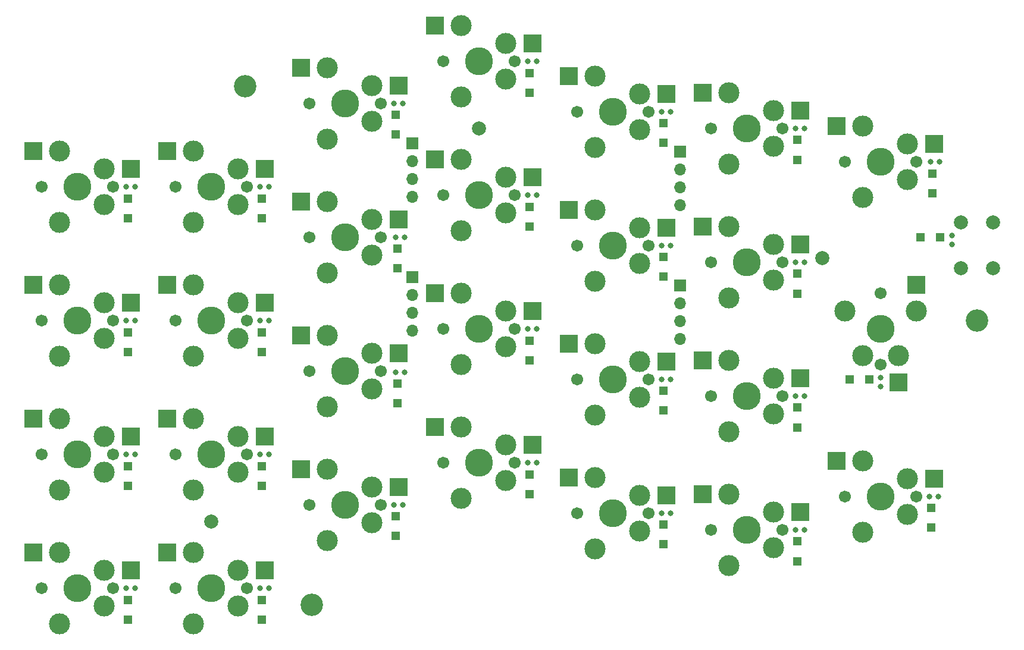
<source format=gbr>
%TF.GenerationSoftware,KiCad,Pcbnew,6.0.4*%
%TF.CreationDate,2022-05-08T18:53:29+02:00*%
%TF.ProjectId,mykeeb,6d796b65-6562-42e6-9b69-6361645f7063,rev?*%
%TF.SameCoordinates,Original*%
%TF.FileFunction,Soldermask,Top*%
%TF.FilePolarity,Negative*%
%FSLAX46Y46*%
G04 Gerber Fmt 4.6, Leading zero omitted, Abs format (unit mm)*
G04 Created by KiCad (PCBNEW 6.0.4) date 2022-05-08 18:53:29*
%MOMM*%
%LPD*%
G01*
G04 APERTURE LIST*
%ADD10C,1.701800*%
%ADD11C,3.000000*%
%ADD12C,3.987800*%
%ADD13R,2.550000X2.500000*%
%ADD14R,1.200000X1.200000*%
%ADD15C,0.800000*%
%ADD16C,2.000000*%
%ADD17R,2.500000X2.550000*%
%ADD18R,1.700000X1.700000*%
%ADD19O,1.700000X1.700000*%
%ADD20C,3.200000*%
G04 APERTURE END LIST*
D10*
%TO.C,K26*%
X136604375Y-91678125D03*
D11*
X145494375Y-94218125D03*
X139144375Y-86598125D03*
D12*
X141684375Y-91678125D03*
D11*
X139144375Y-96758125D03*
X145494375Y-89138125D03*
D10*
X146764375Y-91678125D03*
D13*
X135394375Y-86598125D03*
X149244375Y-89138125D03*
%TD*%
D14*
%TO.C,D33*%
X91678125Y-88577625D03*
D15*
X91424125Y-86915625D03*
D14*
X91678125Y-91377625D03*
D15*
X92694125Y-86915625D03*
%TD*%
D11*
%TO.C,K14*%
X101044375Y-61039375D03*
X107394375Y-58499375D03*
D10*
X98504375Y-55959375D03*
D11*
X101044375Y-50879375D03*
D10*
X108664375Y-55959375D03*
D11*
X107394375Y-53419375D03*
D12*
X103584375Y-55959375D03*
D13*
X97294375Y-50879375D03*
X111144375Y-53419375D03*
%TD*%
D11*
%TO.C,K12*%
X62944375Y-49688750D03*
X62944375Y-59848750D03*
D12*
X65484375Y-54768750D03*
D10*
X60404375Y-54768750D03*
X70564375Y-54768750D03*
D11*
X69294375Y-57308750D03*
X69294375Y-52228750D03*
D13*
X59194375Y-49688750D03*
X73044375Y-52228750D03*
%TD*%
D15*
%TO.C,D32*%
X72374125Y-92868750D03*
D14*
X72628125Y-94530750D03*
D15*
X73644125Y-92868750D03*
D14*
X72628125Y-97330750D03*
%TD*%
D11*
%TO.C,K22*%
X69294375Y-76358750D03*
X62944375Y-68738750D03*
D12*
X65484375Y-73818750D03*
D11*
X62944375Y-78898750D03*
D10*
X70564375Y-73818750D03*
X60404375Y-73818750D03*
D11*
X69294375Y-71278750D03*
D13*
X59194375Y-68738750D03*
X73044375Y-71278750D03*
%TD*%
D16*
%TO.C,FID2*%
X133350009Y-57745320D03*
%TD*%
D14*
%TO.C,D10*%
X34528125Y-68337000D03*
D15*
X34274125Y-66675000D03*
D14*
X34528125Y-71137000D03*
D15*
X35544125Y-66675000D03*
%TD*%
%TO.C,D2*%
X72374125Y-35718750D03*
D14*
X72628125Y-37380750D03*
X72628125Y-40180750D03*
D15*
X73644125Y-35718750D03*
%TD*%
D11*
%TO.C,K30*%
X31194375Y-107315000D03*
X31194375Y-102235000D03*
X24844375Y-109855000D03*
D10*
X32464375Y-104775000D03*
D12*
X27384375Y-104775000D03*
D10*
X22304375Y-104775000D03*
D11*
X24844375Y-99695000D03*
D13*
X21094375Y-99695000D03*
X34944375Y-102235000D03*
%TD*%
D15*
%TO.C,D14*%
X110474125Y-55959375D03*
D14*
X110728125Y-57621375D03*
X110728125Y-60421375D03*
D15*
X111744125Y-55959375D03*
%TD*%
D14*
%TO.C,D5*%
X129778125Y-40952625D03*
D15*
X129524125Y-39290625D03*
D14*
X129778125Y-43752625D03*
D15*
X130794125Y-39290625D03*
%TD*%
D14*
%TO.C,D15*%
X129778125Y-60002625D03*
D15*
X129524125Y-58340625D03*
X130794125Y-58340625D03*
D14*
X129778125Y-62802625D03*
%TD*%
D16*
%TO.C,FID3*%
X84534375Y-39290625D03*
%TD*%
D14*
%TO.C,D36*%
X150142712Y-54768755D03*
D15*
X151804712Y-54514755D03*
X151804712Y-55784755D03*
D14*
X147342712Y-54768755D03*
%TD*%
D15*
%TO.C,D11*%
X53324125Y-66675000D03*
D14*
X53578125Y-68337000D03*
X53578125Y-71137000D03*
D15*
X54594125Y-66675000D03*
%TD*%
D11*
%TO.C,K31*%
X43894375Y-109855000D03*
X50244375Y-107315000D03*
D10*
X41354375Y-104775000D03*
D11*
X43894375Y-99695000D03*
X50244375Y-102235000D03*
D10*
X51514375Y-104775000D03*
D12*
X46434375Y-104775000D03*
D13*
X40144375Y-99695000D03*
X53994375Y-102235000D03*
%TD*%
D14*
%TO.C,D16*%
X140022375Y-75009375D03*
D15*
X141684375Y-74755375D03*
X141684375Y-76025375D03*
D14*
X137222375Y-75009375D03*
%TD*%
D11*
%TO.C,K20*%
X31194375Y-83185000D03*
X24844375Y-80645000D03*
D10*
X22304375Y-85725000D03*
D12*
X27384375Y-85725000D03*
D11*
X31194375Y-88265000D03*
X24844375Y-90805000D03*
D10*
X32464375Y-85725000D03*
D13*
X21094375Y-80645000D03*
X34944375Y-83185000D03*
%TD*%
D14*
%TO.C,D30*%
X34528125Y-106437000D03*
D15*
X34274125Y-104775000D03*
X35544125Y-104775000D03*
D14*
X34528125Y-109237000D03*
%TD*%
%TO.C,D25*%
X129778125Y-79052625D03*
D15*
X129524125Y-77390625D03*
D14*
X129778125Y-81852625D03*
D15*
X130794125Y-77390625D03*
%TD*%
%TO.C,D0*%
X34274125Y-47625000D03*
D14*
X34528125Y-49287000D03*
X34528125Y-52087000D03*
D15*
X35544125Y-47625000D03*
%TD*%
D16*
%TO.C,SW36*%
X157626590Y-59209381D03*
X157626590Y-52709381D03*
X153126590Y-59209381D03*
X153126590Y-52709381D03*
%TD*%
D15*
%TO.C,D4*%
X110474125Y-36909375D03*
D14*
X110728125Y-38571375D03*
D15*
X111744125Y-36909375D03*
D14*
X110728125Y-41371375D03*
%TD*%
D10*
%TO.C,K11*%
X41354375Y-66675000D03*
D11*
X43894375Y-61595000D03*
D10*
X51514375Y-66675000D03*
D11*
X43894375Y-71755000D03*
X50244375Y-64135000D03*
X50244375Y-69215000D03*
D12*
X46434375Y-66675000D03*
D13*
X40144375Y-61595000D03*
X53994375Y-64135000D03*
%TD*%
D11*
%TO.C,K4*%
X107394375Y-39449375D03*
X101044375Y-31829375D03*
D12*
X103584375Y-36909375D03*
D11*
X101044375Y-41989375D03*
X107394375Y-34369375D03*
D10*
X108664375Y-36909375D03*
X98504375Y-36909375D03*
D13*
X97294375Y-31829375D03*
X111144375Y-34369375D03*
%TD*%
D14*
%TO.C,D31*%
X53578125Y-106437000D03*
D15*
X53324125Y-104775000D03*
D14*
X53578125Y-109237000D03*
D15*
X54594125Y-104775000D03*
%TD*%
D10*
%TO.C,K10*%
X22304375Y-66675000D03*
D11*
X31194375Y-69215000D03*
D10*
X32464375Y-66675000D03*
D11*
X31194375Y-64135000D03*
D12*
X27384375Y-66675000D03*
D11*
X24844375Y-71755000D03*
X24844375Y-61595000D03*
D13*
X21094375Y-61595000D03*
X34944375Y-64135000D03*
%TD*%
D14*
%TO.C,D3*%
X91678125Y-31427625D03*
D15*
X91424125Y-29765625D03*
D14*
X91678125Y-34227625D03*
D15*
X92694125Y-29765625D03*
%TD*%
D14*
%TO.C,D13*%
X91678125Y-50477625D03*
D15*
X91424125Y-48815625D03*
X92694125Y-48815625D03*
D14*
X91678125Y-53277625D03*
%TD*%
%TO.C,D20*%
X34528125Y-87387000D03*
D15*
X34274125Y-85725000D03*
X35544125Y-85725000D03*
D14*
X34528125Y-90187000D03*
%TD*%
D12*
%TO.C,K3*%
X84534375Y-29765625D03*
D11*
X81994375Y-34845625D03*
X88344375Y-27225625D03*
X81994375Y-24685625D03*
X88344375Y-32305625D03*
D10*
X89614375Y-29765625D03*
X79454375Y-29765625D03*
D13*
X78244375Y-24685625D03*
X92094375Y-27225625D03*
%TD*%
D14*
%TO.C,D23*%
X91678125Y-69527625D03*
D15*
X91424125Y-67865625D03*
X92694125Y-67865625D03*
D14*
X91678125Y-72327625D03*
%TD*%
D11*
%TO.C,K16*%
X139144375Y-71675625D03*
X146764375Y-65325625D03*
X144224375Y-71675625D03*
D10*
X141684375Y-62785625D03*
D11*
X136604375Y-65325625D03*
D10*
X141684375Y-72945625D03*
D12*
X141684375Y-67865625D03*
D17*
X146764375Y-61575625D03*
X144224375Y-75425625D03*
%TD*%
D10*
%TO.C,K35*%
X127714375Y-96440625D03*
D11*
X120094375Y-101520625D03*
X126444375Y-98980625D03*
X120094375Y-91360625D03*
X126444375Y-93900625D03*
D10*
X117554375Y-96440625D03*
D12*
X122634375Y-96440625D03*
D13*
X116344375Y-91360625D03*
X130194375Y-93900625D03*
%TD*%
D11*
%TO.C,K2*%
X69294375Y-33178750D03*
X62944375Y-40798750D03*
D10*
X60404375Y-35718750D03*
D12*
X65484375Y-35718750D03*
D10*
X70564375Y-35718750D03*
D11*
X69294375Y-38258750D03*
X62944375Y-30638750D03*
D13*
X59194375Y-30638750D03*
X73044375Y-33178750D03*
%TD*%
D11*
%TO.C,K32*%
X62944375Y-87788750D03*
X62944375Y-97948750D03*
X69294375Y-95408750D03*
D10*
X60404375Y-92868750D03*
D11*
X69294375Y-90328750D03*
D12*
X65484375Y-92868750D03*
D10*
X70564375Y-92868750D03*
D13*
X59194375Y-87788750D03*
X73044375Y-90328750D03*
%TD*%
D11*
%TO.C,K5*%
X120094375Y-34210625D03*
X126444375Y-41830625D03*
D10*
X117554375Y-39290625D03*
D11*
X120094375Y-44370625D03*
D12*
X122634375Y-39290625D03*
D10*
X127714375Y-39290625D03*
D11*
X126444375Y-36750625D03*
D13*
X116344375Y-34210625D03*
X130194375Y-36750625D03*
%TD*%
D12*
%TO.C,K6*%
X141684375Y-44053125D03*
D11*
X139144375Y-38973125D03*
X139144375Y-49133125D03*
D10*
X136604375Y-44053125D03*
X146764375Y-44053125D03*
D11*
X145494375Y-46593125D03*
X145494375Y-41513125D03*
D13*
X135394375Y-38973125D03*
X149244375Y-41513125D03*
%TD*%
D10*
%TO.C,K13*%
X79454375Y-48815625D03*
D12*
X84534375Y-48815625D03*
D11*
X88344375Y-46275625D03*
X81994375Y-53895625D03*
X81994375Y-43735625D03*
X88344375Y-51355625D03*
D10*
X89614375Y-48815625D03*
D13*
X78244375Y-43735625D03*
X92094375Y-46275625D03*
%TD*%
D10*
%TO.C,K1*%
X51514375Y-47625000D03*
X41354375Y-47625000D03*
D11*
X50244375Y-50165000D03*
X43894375Y-42545000D03*
X43894375Y-52705000D03*
D12*
X46434375Y-47625000D03*
D11*
X50244375Y-45085000D03*
D13*
X40144375Y-42545000D03*
X53994375Y-45085000D03*
%TD*%
D14*
%TO.C,D21*%
X53578125Y-87387000D03*
D15*
X53324125Y-85725000D03*
X54594125Y-85725000D03*
D14*
X53578125Y-90187000D03*
%TD*%
D11*
%TO.C,K25*%
X120094375Y-72310625D03*
D12*
X122634375Y-77390625D03*
D11*
X120094375Y-82470625D03*
X126444375Y-79930625D03*
X126444375Y-74850625D03*
D10*
X127714375Y-77390625D03*
X117554375Y-77390625D03*
D13*
X116344375Y-72310625D03*
X130194375Y-74850625D03*
%TD*%
D16*
%TO.C,FID1*%
X46434375Y-95250000D03*
%TD*%
D18*
%TO.C,J2*%
X75009454Y-60483799D03*
D19*
X75009454Y-63023799D03*
X75009454Y-65563799D03*
X75009454Y-68103799D03*
D18*
X113109454Y-61674424D03*
D19*
X113109454Y-64214424D03*
X113109454Y-66754424D03*
X113109454Y-69294424D03*
D18*
X75009454Y-41433799D03*
D19*
X75009454Y-43973799D03*
X75009454Y-46513799D03*
X75009454Y-49053799D03*
D18*
X113109454Y-42624424D03*
D19*
X113109454Y-45164424D03*
X113109454Y-47704424D03*
X113109454Y-50244424D03*
%TD*%
D14*
%TO.C,D1*%
X53578125Y-49287000D03*
D15*
X53324125Y-47625000D03*
X54594125Y-47625000D03*
D14*
X53578125Y-52087000D03*
%TD*%
D12*
%TO.C,K33*%
X84534375Y-86915625D03*
D11*
X88344375Y-84375625D03*
D10*
X79454375Y-86915625D03*
D11*
X81994375Y-91995625D03*
X81994375Y-81835625D03*
X88344375Y-89455625D03*
D10*
X89614375Y-86915625D03*
D13*
X78244375Y-81835625D03*
X92094375Y-84375625D03*
%TD*%
D14*
%TO.C,D24*%
X110728125Y-76671375D03*
D15*
X110474125Y-75009375D03*
D14*
X110728125Y-79471375D03*
D15*
X111744125Y-75009375D03*
%TD*%
%TO.C,D26*%
X148574125Y-91678125D03*
D14*
X148828125Y-93340125D03*
X148828125Y-96140125D03*
D15*
X149844125Y-91678125D03*
%TD*%
%TO.C,D35*%
X129524125Y-96440625D03*
D14*
X129778125Y-98102625D03*
D15*
X130794125Y-96440625D03*
D14*
X129778125Y-100902625D03*
%TD*%
D12*
%TO.C,K21*%
X46434375Y-85725000D03*
D11*
X43894375Y-80645000D03*
D10*
X41354375Y-85725000D03*
X51514375Y-85725000D03*
D11*
X50244375Y-88265000D03*
X50244375Y-83185000D03*
X43894375Y-90805000D03*
D13*
X40144375Y-80645000D03*
X53994375Y-83185000D03*
%TD*%
D15*
%TO.C,D12*%
X72628125Y-54768750D03*
D14*
X72882125Y-56430750D03*
X72882125Y-59230750D03*
D15*
X73898125Y-54768750D03*
%TD*%
D20*
%TO.C,H1*%
X51196875Y-33337500D03*
%TD*%
D11*
%TO.C,K0*%
X24844375Y-42545000D03*
X24844375Y-52705000D03*
D10*
X32464375Y-47625000D03*
D11*
X31194375Y-50165000D03*
D12*
X27384375Y-47625000D03*
D11*
X31194375Y-45085000D03*
D10*
X22304375Y-47625000D03*
D13*
X21094375Y-42545000D03*
X34944375Y-45085000D03*
%TD*%
D10*
%TO.C,K34*%
X98504375Y-94059375D03*
X108664375Y-94059375D03*
D12*
X103584375Y-94059375D03*
D11*
X101044375Y-99139375D03*
X107394375Y-96599375D03*
X107394375Y-91519375D03*
X101044375Y-88979375D03*
D13*
X97294375Y-88979375D03*
X111144375Y-91519375D03*
%TD*%
D15*
%TO.C,D34*%
X110474125Y-94059375D03*
D14*
X110728125Y-95721375D03*
X110728125Y-98521375D03*
D15*
X111744125Y-94059375D03*
%TD*%
D20*
%TO.C,H3*%
X155376590Y-66675056D03*
%TD*%
D14*
%TO.C,D22*%
X72882125Y-75655375D03*
D15*
X72628125Y-73993375D03*
X73898125Y-73993375D03*
D14*
X72882125Y-78455375D03*
%TD*%
D12*
%TO.C,K24*%
X103584375Y-75009375D03*
D11*
X107394375Y-72469375D03*
X107394375Y-77549375D03*
D10*
X108664375Y-75009375D03*
D11*
X101044375Y-80089375D03*
X101044375Y-69929375D03*
D10*
X98504375Y-75009375D03*
D13*
X97294375Y-69929375D03*
X111144375Y-72469375D03*
%TD*%
D11*
%TO.C,K23*%
X81994375Y-72945625D03*
X88344375Y-65325625D03*
X88344375Y-70405625D03*
D12*
X84534375Y-67865625D03*
D10*
X89614375Y-67865625D03*
D11*
X81994375Y-62785625D03*
D10*
X79454375Y-67865625D03*
D13*
X78244375Y-62785625D03*
X92094375Y-65325625D03*
%TD*%
D20*
%TO.C,H2*%
X60721875Y-107156250D03*
%TD*%
D14*
%TO.C,D6*%
X149002750Y-45715125D03*
D15*
X148748750Y-44053125D03*
D14*
X149002750Y-48515125D03*
D15*
X150018750Y-44053125D03*
%TD*%
D11*
%TO.C,K15*%
X120094375Y-63420625D03*
D12*
X122634375Y-58340625D03*
D10*
X127714375Y-58340625D03*
X117554375Y-58340625D03*
D11*
X126444375Y-55800625D03*
X126444375Y-60880625D03*
X120094375Y-53260625D03*
D13*
X116344375Y-53260625D03*
X130194375Y-55800625D03*
%TD*%
M02*

</source>
